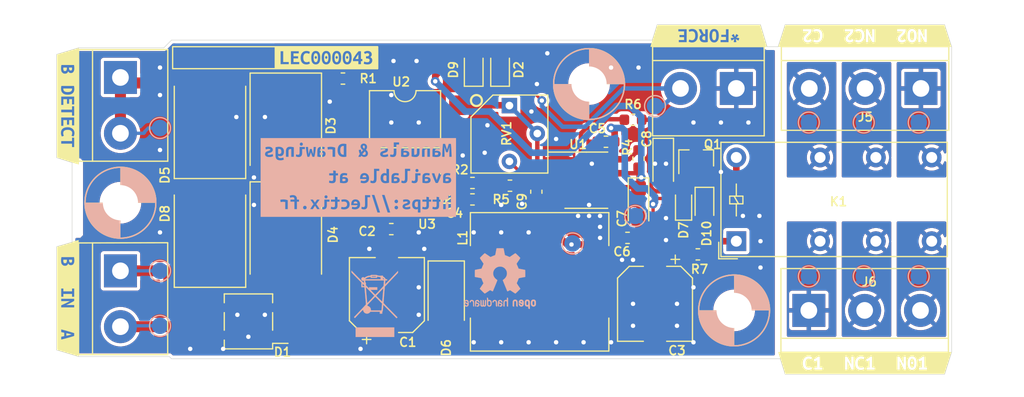
<source format=kicad_pcb>
(kicad_pcb (version 20211014) (generator pcbnew)
  (layers (0 "F.Cu" signal) (31 "B.Cu" signal) (34 "B.Paste" user) (35 "F.Paste" user) (36 "B.SilkS" user "B.Silkscreen") (37 "F.SilkS" user "F.Silkscreen") (38 "B.Mask" user) (39 "F.Mask" user) (44 "Edge.Cuts" user))
  (net 0 "")
  (net 1 "GND")
  (net 2 "Net-(C1-Pad1)")
  (net 3 "+5V")
  (net 4 "Net-(C4-Pad2)")
  (net 5 "Net-(D6-Pad1)")
  (net 6 "Net-(D7-Pad1)")
  (net 7 "/FORCE")
  (net 8 "/T1")
  (net 9 "/R1")
  (net 10 "/C1")
  (net 11 "/T2")
  (net 12 "/R2")
  (net 13 "/C2")
  (net 14 "Net-(R1-Pad2)")
  (net 15 "Net-(R5-Pad2)")
  (net 16 "Net-(R6-Pad2)")
  (net 17 "TRACK_B")
  (net 18 "TRACK_A")
  (net 19 "TRACK_B_DETECT_ZONE")
  (net 20 "Net-(C6-Pad1)")
  (net 21 "Net-(C7-Pad1)")
  (net 22 "Net-(C8-Pad1)")
  (net 23 "Net-(J1-Pad2)")
  (net 24 "Net-(D3-Pad2)")
  (net 25 "Net-(D5-Pad1)")
  (net 26 "Net-(D10-Pad2)")
  (footprint "Capacitor_SMD:C_0603_1608Metric" (layer "F.Cu") (at 220 87.2 180)
    (fp_text reference "C2")
    (fp_text value "100nF")
  )
  (footprint "0_capacitors:CP_Elec_6.3x5.8" (layer "F.Cu") (at 244 94 -90)
    (fp_text reference "C3")
    (fp_text value "100uF")
  )
  (footprint "Capacitor_SMD:C_0603_1608Metric" (layer "F.Cu") (at 227.3875 84.5 180)
    (fp_text reference "C4")
    (fp_text value "DNP")
  )
  (footprint "Diode_SMD:D_SOD-323" (layer "F.Cu") (at 229.9 72.7 90)
    (fp_text reference "D2")
    (fp_text value "1N4148WS")
  )
  (footprint "Diode_SMD:D_SMC" (layer "F.Cu") (at 210.4 77.8 -90)
    (fp_text reference "D3")
    (fp_text value "RS3M")
  )
  (footprint "Diode_SMD:D_SMC" (layer "F.Cu") (at 210.4 87.7 -90)
    (fp_text reference "D4")
    (fp_text value "RS3M")
  )
  (footprint "Diode_SMD:D_SMC" (layer "F.Cu") (at 203.5 77.8 90)
    (fp_text reference "D5")
    (fp_text value "RS3M")
  )
  (footprint "Diode_SMD:D_SMA" (layer "F.Cu") (at 225 93.5 -90)
    (fp_text reference "D6")
    (fp_text value "D_Schottky_Small")
  )
  (footprint "LED_SMD:LED_0603_1608Metric" (layer "F.Cu") (at 246.6 84.9 90)
    (fp_text reference "D7")
    (fp_text value "LED")
  )
  (footprint "Diode_SMD:D_SMC" (layer "F.Cu") (at 203.5 87.7 90)
    (fp_text reference "D8")
    (fp_text value "RS3M")
  )
  (footprint "0_connectors:TerminalBlock_bornier-2_P5.08mm-blue" (layer "F.Cu") (at 248.86 74.4 180)
    (fp_text reference "J1")
    (fp_text value "FORCE_ACTIVATION")
  )
  (footprint "0_connectors:TerminalBlock_bornier-2_P5.08mm-blue" (layer "F.Cu") (at 195.35 75.94 -90)
    (fp_text reference "J2")
    (fp_text value "TRACKS_OUT")
  )
  (footprint "0_connectors:TerminalBlock_bornier-2_P5.08mm-green" (layer "F.Cu") (at 195.35 93.54 -90)
    (fp_text reference "J3")
    (fp_text value "TRACKS_IN")
  )
  (footprint "0_connectors:TerminalBlock_bornier-3_P5.08mm-blue" (layer "F.Cu") (at 268.2 74.4 180)
    (fp_text reference "J5")
    (fp_text value "CONTACT_1")
  )
  (footprint "0_connectors:TerminalBlock_bornier-3_P5.08mm-blue" (layer "F.Cu") (at 258 94.6)
    (fp_text reference "J6")
    (fp_text value "CONTACT_2")
  )
  (footprint "Resistor_SMD:R_0603_1608Metric" (layer "F.Cu") (at 227.3875 83 180)
    (fp_text reference "R2")
    (fp_text value "3k")
  )
  (footprint "Resistor_SMD:R_0603_1608Metric" (layer "F.Cu") (at 225 82.0125 90)
    (fp_text reference "R3")
    (fp_text value "1k")
  )
  (footprint "Resistor_SMD:R_0603_1608Metric" (layer "F.Cu") (at 230.8 83.25)
    (fp_text reference "R5")
    (fp_text value "1k")
  )
  (footprint "Resistor_SMD:R_0603_1608Metric" (layer "F.Cu") (at 242 77.25 180)
    (fp_text reference "R6")
    (fp_text value "1k")
  )
  (footprint "Resistor_SMD:R_0603_1608Metric" (layer "F.Cu") (at 247.9 89.5 180)
    (fp_text reference "R7")
    (fp_text value "10k")
  )
  (footprint "Package_DIP:SMDIP-4_W9.53mm_Clearance8mm" (layer "F.Cu") (at 221.25 77.2)
    (fp_text reference "U2")
    (fp_text value "CYPC817")
  )
  (footprint "Package_SO:SOP-8_3.76x4.96mm_P1.27mm" (layer "F.Cu") (at 220 83.4 180)
    (fp_text reference "U3")
    (fp_text value "XL1509-ADJE1")
  )
  (footprint "0_relays:Relay_DPDT_HK19F" (layer "F.Cu") (at 260.3 84.7)
    (fp_text reference "K1")
    (fp_text value "HK19F-5V")
  )
  (footprint "Resistor_SMD:R_0603_1608Metric" (layer "F.Cu") (at 215.6 73.5)
    (fp_text reference "R1")
    (fp_text value "27")
  )
  (footprint "0_mechanical:MountingHole_3.2mm_M3" (layer "F.Cu") (at 195.35 84.8)
    (fp_text reference "H1" hide)
    (fp_text value "MountingHole")
  )
  (footprint "0_mechanical:MountingHole_3.2mm_M3" (layer "F.Cu") (at 251.2 94.6)
    (fp_text reference "H2" hide)
    (fp_text value "MountingHole")
  )
  (footprint "0_mechanical:MountingHole_3.2mm_M3" (layer "F.Cu") (at 238 74)
    (fp_text reference "H3" hide)
    (fp_text value "MountingHole")
  )
  (footprint "0_logos:Logo_10mm" (layer "F.Cu") (at 204.741924 71.6)
    (fp_text reference "LOGO1" hide)
    (fp_text value "logo_lectix_25mm" hide)
  )
  (footprint "Capacitor_SMD:C_0603_1608Metric" (layer "F.Cu") (at 241.5 88)
    (fp_text reference "C6")
    (fp_text value "10n")
  )
  (footprint "Capacitor_Tantalum_SMD:CP_EIA-3216-18_Kemet-A" (layer "F.Cu") (at 242.5 84.85 -90)
    (fp_text reference "C7")
    (fp_text value "10uF")
  )
  (footprint "Capacitor_Tantalum_SMD:CP_EIA-3216-18_Kemet-A" (layer "F.Cu") (at 244.75 81.25 -90)
    (fp_text reference "C8")
    (fp_text value "10uF")
  )
  (footprint "Resistor_SMD:R_0603_1608Metric" (layer "F.Cu") (at 242.5 80.7875 -90)
    (fp_text reference "R4")
    (fp_text value "180k")
  )
  (footprint "Package_SO:SOIC-8_3.9x4.9mm_P1.27mm" (layer "F.Cu") (at 237.75 82.75)
    (fp_text reference "U1")
    (fp_text value "NE555")
  )
  (footprint "Capacitor_SMD:C_0603_1608Metric" (layer "F.Cu") (at 239.5375 79.25 180)
    (fp_text reference "C5")
    (fp_text value "100nF")
  )
  (footprint "Inductor_SMD:L_12x12mm_H6mm" (layer "F.Cu") (at 233.5 92 180)
    (fp_text reference "L1")
    (fp_text value "47uH")
  )
  (footprint "Diode_SMD:D_SOD-323" (layer "F.Cu") (at 227.5 72.7 90)
    (fp_text reference "D9")
    (fp_text value "1N4148WS")
  )
  (footprint "Package_TO_SOT_SMD:TO-269AA" (layer "F.Cu") (at 207 95.6 180)
    (fp_text reference "D1")
    (fp_text value "MB10S")
  )
  (footprint "0_potentiometers:BOURNS-3362P_pot" (layer "F.Cu") (at 230.75 78.5 -90)
    (fp_text reference "RV1")
    (fp_text value "500k")
  )
  (footprint "0_capacitors:CP_Elec_6.3x5.8" (layer "F.Cu") (at 219.6 93.2 90)
    (fp_text reference "C1")
    (fp_text value "100uF")
  )
  (footprint "Package_TO_SOT_SMD:SOT-23" (layer "F.Cu") (at 247.75 80.75 90)
    (fp_text reference "Q1")
    (fp_text value "S8050")
  )
  (footprint "kibuzzard-624D4ACF" (layer "F.Cu") (at 190.55 93.5 -90)
    (fp_text reference "kibuzzard-624D4ACF" hide)
    (fp_text value "G***" hide)
  )
  (footprint "kikit:Tab" (layer "F.Cu") (at 271.25 92.008895 180)
    (fp_text reference "REF**" hide)
    (fp_text value "Tab")
  )
  (footprint "kibuzzard-627C05F6" (layer "F.Cu") (at 214.1 71.6)
    (fp_text reference "kibuzzard-627C05F6" hide)
    (fp_text value "G***" hide)
  )
  (footprint "kibuzzard-624D4A7D" (layer "F.Cu") (at 248.9 69.6 180)
    (fp_text reference "kibuzzard-624D4A7D" hide)
    (fp_text value "G***" hide)
  )
  (footprint "Diode_SMD:D_SOD-323" (layer "F.Cu") (at 248.5 84.9 -90)
    (fp_text reference "D10")
    (fp_text value "1N4148WS")
  )
  (footprint "kikit:Tab" (layer "F.Cu") (at 190.737374 84.75)
    (fp_text reference "REF**" hide)
    (fp_text value "Tab")
  )
  (footprint "kikit:Tab" (layer "F.Cu") (at 271.25 77.221953 180)
    (fp_text reference "REF**" hide)
    (fp_text value "Tab")
  )
  (footprint "kibuzzard-624D4BCC" (layer "F.Cu") (at 263.1 69.6 180)
    (fp_text reference "kibuzzard-624D4BCC" hide)
    (fp_text value "G***" hide)
  )
  (footprint "kibuzzard-624D4BDE" (layer "F.Cu") (at 263.1 99.4)
    (fp_text reference "kibuzzard-624D4BDE" hide)
    (fp_text value "G***" hide)
  )
  (footprint "kibuzzard-624D4AF8" (layer "F.Cu") (at 190.55 76 -90)
    (fp_text reference "kibuzzard-624D4AF8" hide)
    (fp_text value "G***" hide)
  )
  (footprint "Capacitor_SMD:C_0603_1608Metric" (layer "F.Cu") (at 233.2 83.8 -90)
    (fp_text reference "C9")
    (fp_text value "DNP")
  )
  (footprint "TestPoint:TestPoint_Pad_D1.5mm" (layer "B.Cu") (at 236.5 88.5)
    (fp_text reference "TP4" hide)
    (fp_text value "TestPoint_Probe")
  )
  (footprint "TestPoint:TestPoint_Pad_D1.5mm" (layer "B.Cu") (at 242.2 86)
    (fp_text reference "TP6" hide)
    (fp_text value "TestPoint_Probe")
  )
  (footprint "TestPoint:TestPoint_Pad_D1.5mm" (layer "B.Cu") (at 244 76)
    (fp_text reference "TP7" hide)
    (fp_text value "TestPoint_Probe")
  )
  (footprint "TestPoint:TestPoint_Pad_D1.5mm" (layer "B.Cu") (at 198.95 78)
    (fp_text reference "TP8" hide)
    (fp_text value "TestPoint_Probe")
  )
  (footprint "TestPoint:TestPoint_Pad_D1.5mm" (layer "B.Cu") (at 198.95 96)
    (fp_text reference "TP9" hide)
    (fp_text value "TestPoint_Probe")
  )
  (footprint "TestPoint:TestPoint_Pad_D1.5mm" (layer "B.Cu") (at 198.95 91)
    (fp_text reference "TP10" hide)
    (fp_text value "TestPoint_Probe")
  )
  (footprint "TestPoint:TestPoint_Pad_D1.5mm" (layer "B.Cu") (at 263 77.5)
    (fp_text reference "TP1" hide)
    (fp_text value "TestPoint_Probe")
  )
  (footprint "TestPoint:TestPoint_Pad_D1.5mm" (layer "B.Cu") (at 258 77.5)
    (fp_text reference "TP2" hide)
    (fp_text value "TestPoint_Probe")
  )
  (footprint "TestPoint:TestPoint_Pad_D1.5mm" (layer "B.Cu") (at 268 77.5)
    (fp_text reference "TP3" hide)
    (fp_text value "TestPoint_Probe")
  )
  (footprint "TestPoint:TestPoint_Pad_D1.5mm" (layer "B.Cu") (at 263 91.5)
    (fp_text reference "TP5" hide)
    (fp_text value "TestPoint_Probe")
  )
  (footprint "TestPoint:TestPoint_Pad_D1.5mm" (layer "B.Cu") (at 258 91.5)
    (fp_text reference "TP11" hide)
    (fp_text value "TestPoint_Probe")
  )
  (footprint "TestPoint:TestPoint_Pad_D1.5mm" (layer "B.Cu") (at 268 91.5)
    (fp_text reference "TP12" hide)
    (fp_text value "TestPoint_Probe")
  )
  (footprint "Symbol:WEEE-Logo_4.2x6mm_SilkScreen" (layer "B.Cu") (at 218.5 94 180)
    (fp_text reference "REF**" hide)
    (fp_text value "WEEE-Logo_4.2x6mm_SilkScreen" hide)
  )
  (footprint "kibuzzard-624D5053" (layer "B.Cu") (at 217 82.5 180)
    (fp_text reference "kibuzzard-624D5053" hide)
    (fp_text value "G***" hide)
  )
  (footprint "Symbol:OSHW-Logo2_7.3x6mm_SilkScreen" (layer "B.Cu") (at 229.9 91.7 180)
    (fp_text reference "REF**" hide)
    (fp_text value "OSHW-Logo2_7.3x6mm_SilkScreen" hide)
  )
  (gr_line (start 218.741924 70.6) (end 200.141924 70.6) (layer "F.SilkS") (width 0.12))
  (gr_line (start 200.1 70.6) (end 200.1 72.6) (layer "F.SilkS") (width 0.12))
  (gr_line (start 200.141924 72.6) (end 218.741924 72.6) (layer "F.SilkS") (width 0.12))
  (gr_line (start 218.741924 72.6) (end 218.741924 70.6) (layer "F.SilkS") (width 0.12))
  (gr_line (start 189.55 80.7) (end 190.95 81.15) (layer "Edge.Cuts") (width 0.05))
  (gr_line (start 189.55 71.3) (end 189.55 80.7) (layer "Edge.Cuts") (width 0.05))
  (gr_line (start 191.55 70.7) (end 189.55 71.3) (layer "Edge.Cuts") (width 0.05))
  (gr_line (start 255.2 70.6) (end 255.85 68.6) (layer "Edge.Cuts") (width 0.05))
  (gr_line (start 253.6 68.6) (end 254.2 70.6) (layer "Edge.Cuts") (width 0.05))
  (gr_line (start 243.75 70) (end 200 70) (layer "Edge.Cuts") (width 0.05))
  (gr_line (start 271 98.4) (end 271 70.6) (layer "Edge.Cuts") (width 0.05))
  (gr_line (start 244.2 68.6) (end 253.6 68.6) (layer "Edge.Cuts") (width 0.05))
  (gr_line (start 243.75 70) (end 244.2 68.6) (layer "Edge.Cuts") (width 0.05))
  (gr_line (start 189.55 88.8) (end 190.95 88.4) (layer "Edge.Cuts") (width 0.05))
  (gr_line (start 189.55 98.2) (end 189.55 88.8) (layer "Edge.Cuts") (width 0.05))
  (gr_line (start 191.55 98.8) (end 189.55 98.2) (layer "Edge.Cuts") (width 0.05))
  (gr_line (start 190.95 81.15) (end 190.95 88.4) (layer "Edge.Cuts") (width 0.05))
  (gr_line (start 255.85 68.6) (end 270.35 68.6) (layer "Edge.Cuts") (width 0.05))
  (gr_line (start 200 99) (end 255.4 99) (layer "Edge.Cuts") (width 0.05))
  (gr_line (start 255.2 70.6) (end 254.2 70.6) (layer "Edge.Cuts") (width 0.05))
  (gr_line (start 255.85 100.4) (end 270.35 100.4) (layer "Edge.Cuts") (width 0.05))
  (gr_line (start 255.85 100.4) (end 255.4 99) (layer "Edge.Cuts") (width 0.05))
  (gr_line (start 199.3 70.7) (end 191.55 70.7) (layer "Edge.Cuts") (width 0.05))
  (gr_line (start 199.8 98.8) (end 191.55 98.8) (layer "Edge.Cuts") (width 0.05))
  (gr_line (start 200 70) (end 199.3 70.7) (layer "Edge.Cuts") (width 0.05))
  (gr_line (start 271 70.6) (end 270.35 68.6) (layer "Edge.Cuts") (width 0.05))
  (gr_line (start 270.35 100.4) (end 271 98.4) (layer "Edge.Cuts") (width 0.05))
  (gr_line (start 200 99) (end 199.8 98.8) (layer "Edge.Cuts") (width 0.05))
  (segment (start 217.4625 85.45) (end 218.2125 86.2) (width 0.6) (layer "F.Cu") (net 1))
  (segment (start 222.5375 81.495) (end 224.73 81.495) (width 0.6) (layer "F.Cu") (net 1))
  (segment (start 219.2125 86.4125) (end 219.2125 87.2) (width 0.6) (layer "F.Cu") (net 1))
  (segment (start 215.775 94.33) (end 210.075 94.33) (width 1) (layer "F.Cu") (net 1))
  (segment (start 217.4625 81.495) (end 222.5375 81.495) (width 0.6) (layer "F.Cu") (net 1))
  (segment (start 224.73 81.495) (end 225 81.225) (width 0.6) (layer "F.Cu") (net 1))
  (segment (start 217.4 92.705) (end 215.775 94.33) (width 1) (layer "F.Cu") (net 1))
  (segment (start 217.4 91) (end 217.4 92.705) (width 1) (layer "F.Cu") (net 1))
  (segment (start 242.5 86.2) (end 242.5 87.7875) (width 0.6) (layer "F.Cu") (net 1))
  (segment (start 219.2125 87.2) (end 219.2125 87.8125) (width 0.6) (layer "F.Cu") (net 1))
  (segment (start 217.9 90.5) (end 217.4 91) (width 1) (layer "F.Cu") (net 1))
  (segment (start 218.2125 86.2) (end 219 86.2) (width 0.6) (layer "F.Cu") (net 1))
  (segment (start 219 86.2) (end 219.2125 86.4125) (width 0.6) (layer "F.Cu") (net 1))
  (segment (start 219.2125 87.8125) (end 219.6 88.2) (width 0.6) (layer "F.Cu") (net 1))
  (segment (start 242.5 87.7875) (end 242.2875 88) (width 0.6) (layer "F.Cu") (net 1))
  (segment (start 219.6 88.2) (end 219.6 90.5) (width 0.6) (layer "F.Cu") (net 1))
  (segment (start 217.4625 81.495) (end 217.4625 85.45) (width 0.6) (layer "F.Cu") (net 1))
  (segment (start 219.6 90.5) (end 217.9 90.5) (width 1) (layer "F.Cu") (net 1))
  (via (at 207.5 85) (size 0.8) (drill 0.4) (layers "F.Cu" "B.Cu") (net 1))
  (via (at 242 94) (size 0.8) (drill 0.4) (layers "F.Cu" "B.Cu") (net 1))
  (via (at 241 90) (size 0.8) (drill 0.4) (layers "F.Cu" "B.Cu") (net 1))
  (via (at 239 86) (size 0.8) (drill 0.4) (layers "F.Cu" "B.Cu") (net 1))
  (via (at 230 85) (size 0.8) (drill 0.4) (layers "F.Cu" "B.Cu") (net 1))
  (via (at 252 86) (size 0.8) (drill 0.4) (layers "F.Cu" "B.Cu") (net 1))
  (via (at 238 86) (size 0.8) (drill 0.4) (layers "F.Cu" "B.Cu") (net 1))
  (via (at 208.492486 95) (size 0.8) (drill 0.4) (layers "F.Cu" "B.Cu") (net 1))
  (via (at 218 89) (size 0.8) (drill 0.4) (layers "F.Cu" "B.Cu") (net 1))
  (via (at 227.5 97.5) (size 0.8) (drill 0.4) (layers "F.Cu" "B.Cu") (net 1))
  (via (at 238 85) (size 0.8) (drill 0.4) (layers "F.Cu" "B.Cu") (net 1))
  (via (at 232.5 97.5) (size 0.8) (drill 0.4) (layers "F.Cu" "B.Cu") (net 1))
  (via (at 228.75 77.75) (size 0.8) (drill 0.4) (layers "F.Cu" "B.Cu") (net 1))
  (via (at 205.9 77) (size 0.8) (drill 0.4) (layers "F.Cu" "B.Cu") (net 1))
  (via (at 222.5 92.5) (size 0.8) (drill 0.4) (layers "F.Cu" "B.Cu") (net 1))
  (via (at 247.5 97.5) (size 0.8) (drill 0.4) (layers "F.Cu" "B.Cu") (net 1))
  (via (at 237.5 97.5) (size 0.8) (drill 0.4) (layers "F.Cu" "B.Cu") (net 1))
  (via (at 222.5 77.5) (size 0.8) (drill 0.4) (layers "F.Cu" "B.Cu") (net 1))
  (via (at 253.6 90.7) (size 0.8) (drill 0.4) (layers "F.Cu" "B.Cu") (net 1))
  (via (at 227.5 87.5) (size 0.8) (drill 0.4) (layers "F.Cu" "B.Cu") (net 1))
  (via (at 242 90) (size 0.8) (drill 0.4) (layers "F.Cu" "B.Cu") (net 1))
  (via (at 238.25 81.25) (size 0.8) (drill 0.4) (layers "F.Cu" "B.Cu") (net 1))
  (via (at 235 79) (size 0.8) (drill 0.4) (layers "F.Cu" "B.Cu") (net 1))
  (via (at 233.25 74) (size 0.8) (drill 0.4) (layers "F.Cu" "B.Cu") (net 1))
  (via (at 198.95 80) (size 0.8) (drill 0.4) (layers "F.Cu" "B.Cu") (net 1))
  (via (at 252.5 77.5) (size 0.8) (drill 0.4) (layers "F.Cu" "B.Cu") (net 1))
  (via (at 214.4 75.6) (size 0.8) (drill 0.4) (layers "F.Cu" "B.Cu") (net 1))
  (via (at 222.5 95) (size 0.8) (drill 0.4) (layers "F.Cu" "B.Cu") (net 1))
  (via (at 245 86.2) (size 0.8) (drill 0.4) (layers "F.Cu" "B.Cu") (net 1))
  (via (at 239 88) (size 0.8) (drill 0.4) (layers "F.Cu" "B.Cu") (net 1))
  (via (at 244 81.25) (size 0.8) (drill 0.4) (layers "F.Cu" "B.Cu") (net 1))
  (via (at 246 94) (size 0.8) (drill 0.4) (layers "F.Cu" "B.Cu") (net 1))
  (via (at 198.95 72.5) (size 0.8) (drill 0.4) (layers "F.Cu" "B.Cu") (net 1))
  (via (at 230 97.5) (size 0.8) (drill 0.4) (layers "F.Cu" "B.Cu") (net 1))
  (via (at 237 86) (size 0.8) (drill 0.4) (layers "F.Cu" "B.Cu") (net 1))
  (via (at 220.2 71.9) (size 0.8) (drill 0.4) (layers "F.Cu" "B.Cu") (net 1))
  (via (at 245 81.25) (size 0.8) (drill 0.4) (layers "F.Cu" "B.Cu") (net 1))
  (via (at 208.5 77) (size 0.8) (drill 0.4) (layers "F.Cu" "B.Cu") (net 1))
  (via (at 250 77.5) (size 0.8) (drill 0.4) (layers "F.Cu" "B.Cu") (net 1))
  (via (at 232.75 76.5) (size 0.8) (drill 0.4) (layers "F.Cu" "B.Cu") (net 1))
  (via (at 247.5 77.5) (size 0.8) (drill 0.4) (layers "F.Cu" "B.Cu") (net 1))
  (via (at 204.7 98.1) (size 0.8) (drill 0.4) (layers "F.Cu" "B.Cu") (net 1))
  (via (at 245 88.2) (size 0.8) (drill 0.4) (layers "F.Cu" "B.Cu") (net 1))
  (via (at 222.5 87.5) (size 0.8) (drill 0.4) (layers "F.Cu" "B.Cu") (net 1))
  (via (at 217.2 98.1) (size 0.8) (drill 0.4) (layers "F.Cu" "B.Cu") (net 1))
  (via (at 246 96) (size 0.8) (drill 0.4) (layers "F.Cu" "B.Cu") (net 1))
  (via (at 228.5 80.25) (size 0.8) (drill 0.4) (layers "F.Cu" "B.Cu") (net 1))
  (via (at 232.5 87.5) (size 0.8) (drill 0.4) (layers "F.Cu" "B.Cu") (net 1))
  (via (at 223 89) (size 0.8) (drill 0.4) (layers "F.Cu" "B.Cu") (net 1))
  (via (at 247.5 92.5) (size 0.8) (drill 0.4) (layers "F.Cu" "B.Cu") (net 1))
  (via (at 240 97.5) (size 0.8) (drill 0.4) (layers "F.Cu" "B.Cu") (net 1))
  (via (at 222.3 71.9) (size 0.8) (drill 0.4) (layers "F.Cu" "B.Cu") (net 1))
  (via (at 198.95 75) (size 0.8) (drill 0.4) (layers "F.Cu" "B.Cu") (net 1))
  (via (at 235 97.5) (size 0.8) (drill 0.4) (layers "F.Cu" "B.Cu") (net 1))
  (via (at 253.6 88.3) (size 0.8) (drill 0.4) (layers "F.Cu" "B.Cu") (net 1))
  (via (at 242.5 72.5) (size 0.8) (drill 0.4) (layers "F.Cu" "B.Cu") (net 1))
  (via (at 234.2 71.2) (size 0.8) (drill 0.4) (layers "F.Cu" "B.Cu") (net 1))
  (via (at 240 72.5) (size 0.8) (drill 0.4) (layers "F.Cu" "B.Cu") (net 1))
  (via (at 239 87) (size 0.8) (drill 0.4) (layers "F.Cu" "B.Cu") (net 1))
  (via (at 205.992486 95) (size 0.8) (drill 0.4) (layers "F.Cu" "B.Cu") (net 1))
  (via (at 250 82) (size 0.8) (drill 0.4) (layers "F.Cu" "B.Cu") (net 1))
  (via (at 198.95 87.5) (size 0.8) (drill 0.4) (layers "F.Cu" "B.Cu") (net 1))
  (via (at 206.992486 97) (size 0.8) (drill 0.4) (layers "F.Cu" "B.Cu") (net 1))
  (via (at 242 96) (size 0.8) (drill 0.4) (layers "F.Cu" "B.Cu") (net 1))
  (via (at 207.5 82.5) (size 0.8) (drill 0.4) (layers "F.Cu" "B.Cu") (net 1))
  (via (at 201.7 98.1) (size 0.8) (drill 0.4) (layers "F.Cu" "B.Cu") (net 1))
  (via (at 226.5 80.5) (size 0.8) (drill 0.4) (layers "F.Cu" "B.Cu") (net 1))
  (via (at 231.9 84.9) (size 0.8) (drill 0.4) (layers "F.Cu" "B.Cu") (net 1))
  (via (at 220 77.5) (size 0.8) (drill 0.4) (layers "F.Cu" "B.Cu") (net 1))
  (via (at 253.5 86) (size 0.8) (drill 0.4) (layers "F.Cu" "B.Cu") (net 1))
  (via (at 230 87.5) (size 0.8) (drill 0.4) (layers "F.Cu" "B.Cu") (net 1))
  (via (at 220 75) (size 0.8) (drill 0.4) (layers "F.Cu" "B.Cu") (net 1))
  (segment (start 219.6 95.9) (end 217.3 95.9) (width 1) (layer "F.Cu") (net 2))
  (segment (start 221 86.4) (end 220.7875 86.6125) (width 0.6) (layer "F.Cu") (net 2))
  (segment (start 221.4425 86.4) (end 221 86.4) (width 0.6) (layer "F.Cu") (net 2))
  (segment (start 220.7875 87.775) (end 221.2 88.1875) (width 0.6) (layer "F.Cu") (net 2))
  (segment (start 216.33 96.87) (end 210.075 96.87) (width 1) (layer "F.Cu") (net 2))
  (segment (start 222.5375 85.305) (end 221.4425 86.4) (width 0.6) (layer "F.Cu") (net 2))
  (segment (start 221.2 88.1875) (end 221.2 95.4) (width 0.6) (layer "F.Cu") (net 2))
  (segment (start 217.3 95.9) (end 216.33 96.87) (width 1) (layer "F.Cu") (net 2))
  (segment (start 220.7875 86.6125) (end 220.7875 87.2) (width 0.6) (layer "F.Cu") (net 2))
  (segment (start 220.7875 87.2) (end 220.7875 87.775) (width 0.6) (layer "F.Cu") (net 2))
  (segment (start 220.7 95.9) (end 219.6 95.9) (width 0.6) (layer "F.Cu") (net 2))
  (segment (start 221.2 95.4) (end 220.7 95.9) (width 0.6) (layer "F.Cu") (net 2))
  (segment (start 235.2 87) (end 235.2 87.8) (width 0.6) (layer "F.Cu") (net 3))
  (segment (start 235.2 87.8) (end 236 88.6) (width 0.6) (layer "F.Cu") (net 3))
  (segment (start 228.175 84.925) (end 229.65 86.4) (width 0.4) (layer "F.Cu") (net 3))
  (segment (start 243.8 89.6) (end 243.8 90.29185) (width 0.3) (layer "F.Cu") (net 3))
  (segment (start 247.8 83.95) (end 250.25 83.95) (width 0.6) (layer "F.Cu") (net 3))
  (segment (start 228.75 83) (end 229 83.25) (width 0.4) (layer "F.Cu") (net 3))
  (segment (start 250.25 83.95) (end 251.4 82.8) (width 0.6) (layer "F.Cu") (net 3))
  (segment (start 240.325 78.325) (end 240 78) (width 0.6) (layer "F.Cu") (net 3))
  (segment (start 244.8 84.4125) (end 246.0375 84.4125) (width 0.4) (layer "F.Cu") (net 3))
  (segment (start 246.0375 84.4125) (end 246.5 83.95) (width 0.4) (layer "F.Cu") (net 3))
  (segment (start 243.825 89.575) (end 243.8 89.6) (width 0.3) (layer "F.Cu") (net 3))
  (segment (start 240.225 80.845) (end 241.655 80.845) (width 0.4) (layer "F.Cu") (net 3))
  (segment (start 229 83.25) (end 230.0125 83.25) (width 0.4) (layer "F.Cu") (net 3))
  (segment (start 228.175 83) (end 228.175 84.5) (width 0.4) (layer "F.Cu") (net 3))
  (segment (start 241.6 91.3) (end 244 91.3) (width 1) (layer "F.Cu") (net 3))
  (segment (start 240.225 80.845) (end 240.225 79.35) (width 0.4) (layer "F.Cu") (net 3))
  (segment (start 228.175 83) (end 228.75 83) (width 0.4) (layer "F.Cu") (net 3))
  (segment (start 243.825 84.6) (end 243.825 84.925) (width 0.3) (layer "F.Cu") (net 3))
  (segment (start 235.275 84.655) (end 235.275 86.225) (width 0.6) (layer "F.Cu") (net 3))
  (segment (start 236.4 88.6) (end 237.4875 88.6) (width 0.6) (layer "F.Cu") (net 3))
  (segment (start 244.0125 84.4125) (end 244.8 84.4125) (width 0.3) (layer "F.Cu") (net 3))
  (segment (start 240.225 79.35) (end 240.325 79.25) (width 0.4) (layer "F.Cu") (net 3))
  (segment (start 238.8 91) (end 238.7 90.9) (width 0.3) (layer "F.Cu") (net 3))
  (segment (start 238.7 90.9) (end 237.8 90.9) (width 0.3) (layer "F.Cu") (net 3))
  (segment (start 246.5 83.95) (end 247.8 83.95) (width 0.4) (layer "F.Cu") (net 3))
  (segment (start 240.9 92) (end 241.6 91.3) (width 1) (layer "F.Cu") (net 3))
  (segment (start 228.175 84.5) (end 228.175 84.925) (width 0.4) (layer "F.Cu") (net 3))
  (segment (start 243.825 84.925) (end 243.825 89.575) (width 0.3) (layer "F.Cu") (net 3))
  (segment (start 235.275 86.225) (end 234.85 86.65) (width 0.6) (layer "F.Cu") (net 3))
  (segment (start 238.45 92) (end 240.9 92) (width 1) (layer "F.Cu") (net 3))
  (segment (start 241.655 80.845) (end 242.5 80) (width 0.4) (layer "F.Cu") (net 3))
  (segment (start 243.825 84.6) (end 244.0125 84.4125) (width 0.3) (layer "F.Cu") (net 3))
  (segment (start 229.65 86.4) (end 233 86.4) (width 0.4) (layer "F.Cu") (net 3))
  (segment (start 240.325 79.25) (end 240.325 78.325) (width 0.6) (layer "F.Cu") (net 3))
  (segment (start 237.4875 88.6) (end 237.8 88.9125) (width 0.6) (layer "F.Cu") (net 3))
  (segment (start 251.4 82.8) (end 251.4 80.68) (width 0.6) (layer "F.Cu") (net 3))
  (segment (start 234.85 86.65) (end 235.2 87) (width 0.6) (layer "F.Cu") (net 3))
  (segment (start 234.6 86.4) (end 234.85 86.65) (width 0.6) (layer "F.Cu") (net 3))
  (segment (start 237.8 88.9125) (end 237.8 90.9) (width 0.6) (layer "F.Cu") (net 3))
  (segment (start 236 88.6) (end 236.4 88.6) (width 0.6) (layer "F.Cu") (net 3))
  (segment (start 233 86.4) (end 234.6 86.4) (width 0.6) (layer "F.Cu") (net 3))
  (via (at 243.825 84.925) (size 0.8) (drill 0.4) (layers "F.Cu" "B.Cu") (net 3))
  (via (at 236.4 88.6) (size 0.8) (drill 0.4) (layers "F.Cu" "B.Cu") (net 3))
  (via (at 240 78) (size 0.8) (drill 0.4) (layers "F.Cu" "B.Cu") (net 3))
  (segment (start 244 84.75) (end 243.825 84.925) (width 0.6) (layer "B.Cu") (net 3))
  (segment (start 241.25 78.25) (end 241.25 82.332002) (width 0.6) (layer "B.Cu") (net 3))
  (segment (start 241.25 82.332002) (end 242.417998 83.5) (width 0.6) (layer "B.Cu") (net 3))
  (segment (start 243.25 83.5) (end 244 84.25) (width 0.6) (layer "B.Cu") (net 3))
  (segment (start 241 78) (end 241.25 78.25) (width 0.6) (layer "B.Cu") (net 3))
  (segment (start 240 78) (end 241 78) (width 0.6) (layer "B.Cu") (net 3))
  (segment (start 242.417998 83.5) (end 243.25 83.5) (width 0.6) (layer "B.Cu") (net 3))
  (segment (start 236.5 88.5) (end 236.4 88.6) (width 0.6) (layer "B.Cu") (net 3))
  (segment (start 244 84.25) (end 244 84.75) (width 0.6) (layer "B.Cu") (net 3))
  (segment (start 226.6 83.6) (end 226.6 83.85) (width 0.4) (layer "F.Cu") (net 4))
  (segment (start 226.6 83) (end 226.6 84.5) (width 0.6) (layer "F.Cu") (net 4))
  (segment (start 226.6 83.85) (end 226.6 84.5) (width 0.6) (layer "F.Cu") (net 4))
  (segment (start 224.965 82.765) (end 225 82.8) (width 0.6) (layer "F.Cu") (net 4))
  (segment (start 222.5375 82.765) (end 224.965 82.765) (width 0.6) (layer "F.Cu") (net 4))
  (segment (start 226.6 82.8) (end 226.6 83.6) (width 0.6) (layer "F.Cu") (net 4))
  (segment (start 225 82.8) (end 226.6 82.8) (width 0.6) (layer "F.Cu") (net 4))
  (segment (start 227.25 91.85) (end 226.9 91.5) (width 1) (layer "F.Cu") (net 5))
  (segment (start 225 85) (end 225 91.5) (width 1) (layer "F.Cu") (net 5))
  (segment (start 222.5375 84.035) (end 224.235 84.035) (width 0.6) (layer "F.Cu") (net 5))
  (segment (start 227.25 92) (end 227.25 91.85) (width 1) (layer "F.Cu") (net 5))
  (segment (start 224.235 84.035) (end 225.1 84.9) (width 0.6) (layer "F.Cu") (net 5))
  (segment (start 228.55 92) (end 227.25 92) (width 1) (layer "F.Cu") (net 5))
  (segment (start 226.9 91.5) (end 225 91.5) (width 1) (layer "F.Cu") (net 5))
  (segment (start 246.6 88.9875) (end 247.1125 89.5) (width 0.3) (layer "F.Cu") (net 6))
  (segment (start 246.6 85.6875) (end 246.6 88.9875) (width 0.3) (layer "F.Cu") (net 6))
  (segment (start 230.72 75.93) (end 230.75 75.96) (width 0.6) (layer "F.Cu") (net 7))
  (segment (start 233.575 81.825) (end 233.29 81.54) (width 0.4) (layer "F.Cu") (net 7))
  (segment (start 228.32 75.02) (end 228.32 75.93) (width 0.6) (layer "F.Cu") (net 7))
  (segment (start 227.5 73.75) (end 227.8 73.75) (width 0.6) (layer "F.Cu") (net 7))
  (segment (start 227.8 73.75) (end 229.9 71.65) (width 0.6) (layer "F.Cu") (net 7))
  (segment (start 235.275 82.115) (end 233.865 82.115) (width 0.4) (layer "F.Cu") (net 7))
  (segment (start 227.5 74.2) (end 228.32 75.02) (width 0.6) (layer "F.Cu") (net 7))
  (segment (start 233.2 82.2) (end 233.575 81.825) (width 0.3) (layer "F.Cu") (net 7))
  (segment (start 233.2 83.025) (end 233.2 82.2) (width 0.3) (layer "F.Cu") (net 7))
  (segment (start 226.365 75.93) (end 228.32 75.93) (width 0.6) (layer "F.Cu") (net 7))
  (segment (start 233.865 82.115) (end 233.575 81.825) (width 0.4) (layer "F.Cu") (net 7))
  (segment (start 233.29 81.54) (end 233.29 78.5) (width 0.4) (layer "F.Cu") (net 7))
  (segment (start 227.5 73.75) (end 227.5 74.2) (width 0.6) (layer "F.Cu") (net 7))
  (segment (start 228.32 75.93) (end 230.72 75.93) (width 0.6) (layer "F.Cu") (net 7))
  (segment (start 233.29 78.5) (end 230.75 75.96) (width 0.4) (layer "B.Cu") (net 7))
  (segment (start 216.3875 75.8325) (end 216.485 75.93) (width 0.3) (layer "F.Cu") (net 14))
  (segment (start 216.3875 73.5) (end 216.3875 75.8325) (width 0.3) (layer "F.Cu") (net 14))
  (segment (start 231.6 81.89) (end 231.6 83.2375) (width 0.3) (layer "F.Cu") (net 15))
  (segment (start 231.6 83.2375) (end 231.5875 83.25) (width 0.3) (layer "F.Cu") (net 15))
  (segment (start 230.75 81.04) (end 231.6 81.89) (width 0.3) (layer "F.Cu") (net 15))
  (segment (start 236.865 83.385) (end 237.25 83) (width 0.4) (layer "F.Cu") (net 16))
  (segment (start 238.815998 78) (end 239.615999 77.199999) (width 0.4) (layer "F.Cu") (net 16))
  (segment (start 235.275 83.385) (end 236.865 83.385) (width 0.4) (layer "F.Cu") (net 16))
  (segment (start 241.162499 77.199999) (end 241.2125 77.25) (width 0.4) (layer "F.Cu") (net 16))
  (segment (start 237.25 78.5) (end 237.75 78) (width 0.4) (layer "F.Cu") (net 16))
  (segment (start 239.615999 77.199999) (end 241.162499 77.199999) (width 0.4) (layer "F.Cu") (net 16))
  (segment (start 237.75 78) (end 238.815998 78) (width 0.4) (layer "F.Cu") (net 16))
  (segment (start 237.25 83) (end 237.25 78.5) (width 0.4) (layer "F.Cu") (net 16))
  (segment (start 199.75 91) (end 199.85 91.1) (width 1) (layer "F.Cu") (net 17))
  (segment (start 215.73 78.47) (end 215.4 78.8) (width 0.6) (layer "F.Cu") (net 17))
  (segment (start 215.4 78.8) (end 215.4 89.9) (width 0.6) (layer "F.Cu") (net 17))
  (segment (start 210.4 91.1) (end 212.7 91.1) (width 1) (layer "F.Cu") (net 17))
  (segment (start 199.75 92.705) (end 201.375 94.33) (width 1) (layer "F.Cu") (net 17))
  (segment (start 215.4 89.9) (end 215.1 90.2) (width 0.6) (layer "F.Cu") (net 17))
  (segment (start 215.1 90.2) (end 213.6 90.2) (width 0.6) (layer "F.Cu") (net 17))
  (segment (start 201.375 94.33) (end 203.925 94.33) (width 1) (layer "F.Cu") (net 17))
  (segment (start 216.835 78.47) (end 215.73 78.47) (width 0.6) (layer "F.Cu") (net 17))
  (segment (start 203.5 91.1) (end 210.4 91.1) (width 1) (layer "F.Cu") (net 17))
  (segment (start 199.85 91.1) (end 203.5 91.1) (width 1) (layer "F.Cu") (net 17))
  (segment (start 199.75 91) (end 199.75 92.705) (width 1) (layer "F.Cu") (net 17))
  (segment (start 212.7 91.1) (end 213.6 90.2) (width 1) (layer "F.Cu") (net 17))
  (segment (start 195.35 91) (end 199.75 91) (width 1) (layer "F.Cu") (net 17))
  (segment (start 198.95 91) (end 195.35 91) (width 0.3) (layer "B.Cu") (net 17))
  (segment (start 199.83 96.08) (end 200.62 96.87) (width 1) (layer "F.Cu") (net 18))
  (segment (start 200.62 96.87) (end 203.925 96.87) (width 1) (layer "F.Cu") (net 18))
  (segment (start 195.35 96.08) (end 199.83 96.08) (width 1) (layer "F.Cu") (net 18))
  (segment (start 198.95 96) (end 195.43 96) (width 0.3) (layer "B.Cu") (net 18))
  (segment (start 195.43 96) (end 195.35 96.08) (width 0.3) (layer "B.Cu") (net 18))
  (segment (start 203.5 74.4) (end 203.000489 73.900489) (width 1) (layer "F.Cu") (net 19))
  (segment (start 195.35 73.4) (end 195.35 78.48) (width 1) (layer "F.Cu") (net 19))
  (segment (start 213.2 73.5) (end 212.3 74.4) (width 0.3) (layer "F.Cu") (net 19))
  (segment (start 203.000489 73.900489) (end 195.850489 73.900489) (width 1) (layer "F.Cu") (net 19))
  (segment (start 195.850489 73.900489) (end 195.35 73.4) (width 1) (layer "F.Cu") (net 19))
  (segment (start 210.4 74.4) (end 203.5 74.4) (width 1) (layer "F.Cu") (net 19))
  (segment (start 214.8125 73.5) (end 213.2 73.5) (width 0.3) (layer "F.Cu") (net 19))
  (segment (start 212.3 74.4) (end 210.4 74.4) (width 0.3) (layer "F.Cu") (net 19))
  (segment (start 197.47132 78.48) (end 195.35 78.48) (width 0.3) (layer "B.Cu") (net 19))
  (segment (start 198.95 78) (end 197.88934 78) (width 0.3) (layer "B.Cu") (net 19))
  (segment (start 197.55 78.40132) (end 197.47132 78.48) (width 0.3) (layer "B.Cu") (net 19))
  (segment (start 197.88934 78) (end 197.55 78.33934) (width 0.3) (layer "B.Cu") (net 19))
  (segment (start 197.55 78.33934) (end 197.55 78.40132) (width 0.3) (layer "B.Cu") (net 19))
  (segment (start 240.325 86.575) (end 240.7125 86.9625) (width 0.4) (layer "F.Cu") (net 20))
  (segment (start 240.7125 86.9625) (end 240.7125 88) (width 0.4) (layer "F.Cu") (net 20))
  (segment (start 240.225 84.655) (end 240.325 84.755) (width 0.4) (layer "F.Cu") (net 20))
  (segment (start 240.325 84.755) (end 240.325 86.575) (width 0.4) (layer "F.Cu") (net 20))
  (segment (start 224 73.75) (end 224 73.25) (width 0.6) (layer "F.Cu") (net 21))
  (segment (start 242.5 82.25) (end 242.5 83.5) (width 0.4) (layer "F.Cu") (net 21))
  (segment (start 225.6 71.65) (end 227.5 71.65) (width 0.6) (layer "F.Cu") (net 21))
  (segment (start 240.225 83.385) (end 242.385 83.385) (width 0.4) (layer "F.Cu") (net 21))
  (segment (start 242.365 82.115) (end 242.5 82.25) (width 0.4) (layer "F.Cu") (net 21))
  (segment (start 242.385 83.385) (end 242.5 83.5) (width 0.4) (layer "F.Cu") (net 21))
  (segment (start 240.225 82.115) (end 242.365 82.115) (width 0.4) (layer "F.Cu") (net 21))
  (segment (start 224 73.25) (end 225.6 71.65) (width 0.6) (layer "F.Cu") (net 21))
  (segment (start 242.5 81.575) (end 242.5 82.25) (width 0.4) (layer "F.Cu") (net 21))
  (via (at 224 73.75) (size 0.8) (drill 0.4) (layers "F.Cu" "B.Cu") (net 21))
  (via (at 242.75 82.5) (size 0.8) (drill 0.4) (layers "F.Cu" "B.Cu") (net 21))
  (segment (start 242.75 77) (end 241.75 76) (width 0.6) (layer "B.Cu") (net 21))
  (segment (start 240.5 76) (end 236.25 80.25) (width 0.6) (layer "B.Cu") (net 21))
  (segment (start 236.25 80.25) (end 232.75 80.25) (width 0.6) (layer "B.Cu") (net 21))
  (segment (start 241.75 76) (end 240.5 76) (width 0.6) (layer "B.Cu") (net 21))
  (segment (start 229.000001 76.500001) (end 226.750001 76.500001) (width 0.6) (layer "B.Cu") (net 21))
  (segment (start 242.75 82.5) (end 242.75 77) (width 0.6) (layer "B.Cu") (net 21))
  (segment (start 232.75 80.25) (end 229.000001 76.500001) (width 0.6) (layer "B.Cu") (net 21))
  (segment (start 226.750001 76.500001) (end 224 73.75) (width 0.6) (layer "B.Cu") (net 21))
  (segment (start 246.15 79.9) (end 246.8 80.55) (width 0.4) (layer "F.Cu") (net 22))
  (segment (start 244 77.25) (end 244.75 78) (width 0.4) (layer "F.Cu") (net 22))
  (segment (start 244.75 79.9) (end 246.15 79.9) (width 0.4) (layer "F.Cu") (net 22))
  (segment (start 242.7875 77.25) (end 244 77.25) (width 0.4) (layer "F.Cu") (net 22))
  (segment (start 244.75 78) (end 244.75 79.9) (width 0.4) (layer "F.Cu") (net 22))
  (segment (start 246.8 80.55) (end 246.8 81.75) (width 0.4) (layer "F.Cu") (net 22))
  (segment (start 229.9 73.75) (end 230.874511 74.724511) (width 0.25) (layer "F.Cu") (net 23))
  (segment (start 230.874511 74.724511) (end 232.924511 74.724511) (width 0.25) (layer "F.Cu") (net 23))
  (segment (start 232.924511 74.724511) (end 233.7 75.5) (width 0.25) (layer "F.Cu") (net 23))
  (via (at 233.7 75.5) (size 0.8) (drill 0.4) (layers "F.Cu" "B.Cu") (net 23))
  (segment (start 233.9 76.2) (end 233.7 76) (width 0.4) (layer "B.Cu") (net 23))
  (segment (start 237.630019 77.880019) (end 235.580019 77.880019) (width 0.4) (layer "B.Cu") (net 23))
  (segment (start 233.7 76) (end 233.7 75.5) (width 0.4) (layer "B.Cu") (net 23))
  (segment (start 241.110038 74.4) (end 237.630019 77.880019) (width 0.4) (layer "B.Cu") (net 23))
  (segment (start 244.72 76) (end 246.32 74.4) (width 0.4) (layer "B.Cu") (net 23))
  (segment (start 246.32 74.4) (end 241.110038 74.4) (width 0.4) (layer "B.Cu") (net 23))
  (segment (start 244 76) (end 244.72 76) (width 0.4) (layer "B.Cu") (net 23))
  (segment (start 235.580019 77.880019) (end 233.9 76.2) (width 0.4) (layer "B.Cu") (net 23))
  (segment (start 210.4 84.3) (end 210.4 81.2) (width 1) (layer "F.Cu") (net 24))
  (segment (start 203.5 84.3) (end 203.5 81.2) (width 1) (layer "F.Cu") (net 25))
  (segment (start 253.25 83.5) (end 251.5 85.25) (width 0.6) (layer "F.Cu") (net 26))
  (segment (start 247.8 86.1) (end 247.8 87.95) (width 0.6) (layer "F.Cu") (net 26))
  (segment (start 250 79) (end 252.25 79) (width 0.6) (layer "F.Cu") (net 26))
  (segment (start 247.9 86) (end 247.8 86.1) (width 0.6) (layer "F.Cu") (net 26))
  (segment (start 249.75 86) (end 247.9 86) (width 0.6) (layer "F.Cu") (net 26))
  (segment (start 249.3 87.95) (end 248.85 87.95) (width 0.6) (layer "F.Cu") (net 26))
  (segment (start 247.75 79.75) (end 249.25 79.75) (width 0.6) (layer "F.Cu") (net 26))
  (segment (start 248.6875 89.5) (end 248.6875 88.1125) (width 0.3) (layer "F.Cu") (net 26))
  (segment (start 253.25 80) (end 253.25 83.5) (width 0.6) (layer "F.Cu") (net 26))
  (segment (start 251.5 85.25) (end 250.5 85.25) (width 0.6) (layer "F.Cu") (net 26))
  (segment (start 248.6875 88.1125) (end 248.85 87.95) (width 0.3) (layer "F.Cu") (net 26))
  (segment (start 252.25 79) (end 253.25 80) (width 0.6) (layer "F.Cu") (net 26))
  (segment (start 248.85 87.95) (end 247.8 87.95) (width 0.6) (layer "F.Cu") (net 26))
  (segment (start 249.25 79.75) (end 250 79) (width 0.6) (layer "F.Cu") (net 26))
  (segment (start 250.5 85.25) (end 249.75 86) (width 0.6) (layer "F.Cu") (net 26))
  (segment (start 249.65 88.3) (end 249.3 87.95) (width 0.6) (layer "F.Cu") (net 26))
  (segment (start 251.4 88.3) (end 249.65 88.3) (width 0.6) (layer "F.Cu") (net 26))
  (zone (net 1) (net_name "GND") (layers F&B.Cu) (connect_pads (clearance 0.3)) (min_thickness 0.2) (fill yes (thermal_gap 0.3) (thermal_bridge_width 0.4))
    (polygon (pts (xy 188.6 66.35) (xy 254.9 66.35) (xy 254.9 102.5) (xy 188.6 102.5)))
  )
  (zone (net 12) (net_name "/R2") (layers F&B.Cu) (priority 2) (connect_pads (clearance 0.3)) (min_thickness 0.2) (fill yes (thermal_gap 0.3) (thermal_bridge_width 0.4))
    (polygon (pts (xy 265.5 97) (xy 261 97) (xy 261 86.5) (xy 265.5 86.5)))
  )
  (zone (net 9) (net_name "/R1") (layers F&B.Cu) (priority 2) (connect_pads (clearance 0.3)) (min_thickness 0.2) (fill yes (thermal_gap 0.3) (thermal_bridge_width 0.4))
    (polygon (pts (xy 265.5 82.5) (xy 261 82.5) (xy 261 72) (xy 265.5 72)))
  )
  (zone (net 13) (net_name "/C2") (layers F&B.Cu) (priority 1) (connect_pads (clearance 0.3)) (min_thickness 0.2) (fill yes (thermal_gap 0.3) (thermal_bridge_width 0.4))
    (polygon (pts (xy 260.5 97) (xy 256 97) (xy 256 86.5) (xy 260.5 86.5)))
  )
  (zone (net 11) (net_name "/T2") (layers F&B.Cu) (priority 3) (connect_pads (clearance 0.3)) (min_thickness 0.2) (fill yes (thermal_gap 0.3) (thermal_bridge_width 0.4))
    (polygon (pts (xy 270.5 97) (xy 266 97) (xy 266 86.5) (xy 270.5 86.5)))
  )
  (zone (net 0) (net_name "") (layers F&B.Cu) (connect_pads (clearance 0)) (min_thickness 0.254)
    (keepout (tracks not_allowed) (vias not_allowed) (pads allowed) (copperpour not_allowed) (footprints allowed))
    (fill (thermal_gap 0.508) (thermal_bridge_width 0.508))
    (polygon (pts (xy 191.95 81) (xy 191.95 87.75) (xy 191.7 88) (xy 190.95 88) (xy 190.95 80.75) (xy 191.7 80.75)))
  )
  (zone (net 8) (net_name "/T1") (layers F&B.Cu) (priority 3) (connect_pads (clearance 0.3)) (min_thickness 0.2) (fill yes (thermal_gap 0.3) (thermal_bridge_width 0.4))
    (polygon (pts (xy 270.5 82.5) (xy 266 82.5) (xy 266 72) (xy 270.5 72)))
  )
  (zone (net 10) (net_name "/C1") (layers F&B.Cu) (priority 1) (connect_pads (clearance 0.3)) (min_thickness 0.2) (fill yes (thermal_gap 0.3) (thermal_bridge_width 0.4))
    (polygon (pts (xy 260.5 82.5) (xy 256 82.5) (xy 256 72) (xy 260.5 72)))
  )
)
</source>
